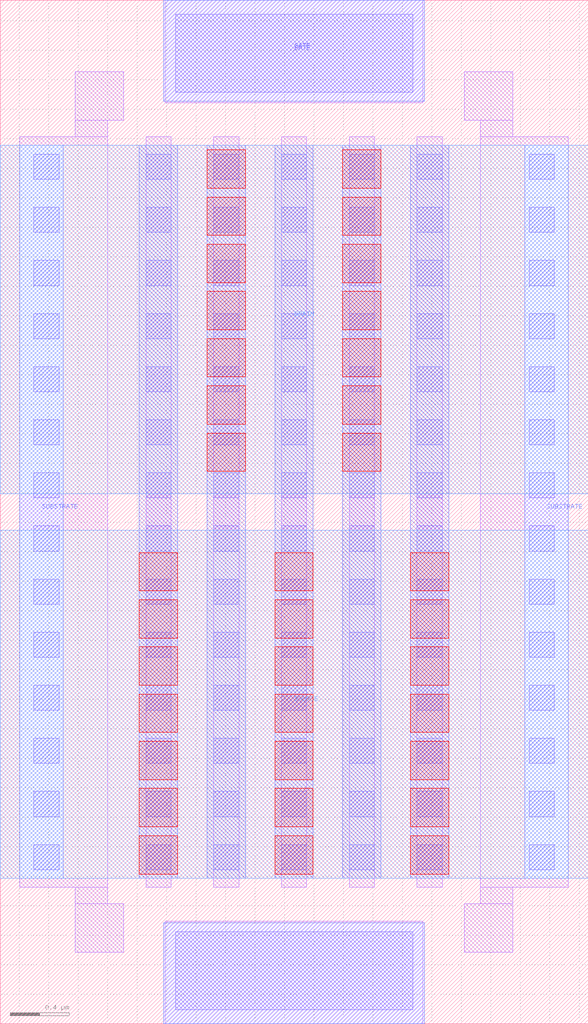
<source format=lef>
# Copyright 2020 The SkyWater PDK Authors
#
# Licensed under the Apache License, Version 2.0 (the "License");
# you may not use this file except in compliance with the License.
# You may obtain a copy of the License at
#
#     https://www.apache.org/licenses/LICENSE-2.0
#
# Unless required by applicable law or agreed to in writing, software
# distributed under the License is distributed on an "AS IS" BASIS,
# WITHOUT WARRANTIES OR CONDITIONS OF ANY KIND, either express or implied.
# See the License for the specific language governing permissions and
# limitations under the License.
#
# SPDX-License-Identifier: Apache-2.0

VERSION 5.7 ;
  NOWIREEXTENSIONATPIN ON ;
  DIVIDERCHAR "/" ;
  BUSBITCHARS "[]" ;
MACRO sky130_fd_pr__rf_nfet_01v8_lvt_bM04W5p00L0p18
  CLASS BLOCK ;
  FOREIGN sky130_fd_pr__rf_nfet_01v8_lvt_bM04W5p00L0p18 ;
  ORIGIN -0.070000  0.000000 ;
  SIZE  3.990000 BY  6.940000 ;
  PIN DRAIN
    ANTENNADIFFAREA  2.828000 ;
    PORT
      LAYER met2 ;
        RECT 0.070000 3.595000 4.060000 5.955000 ;
    END
  END DRAIN
  PIN GATE
    ANTENNAGATEAREA  3.636000 ;
    PORT
      LAYER li1 ;
        RECT 1.190000 0.000000 2.940000 0.695000 ;
        RECT 1.190000 6.245000 2.940000 6.940000 ;
      LAYER mcon ;
        RECT 1.260000 0.095000 2.870000 0.625000 ;
        RECT 1.260000 6.315000 2.870000 6.845000 ;
    END
    PORT
      LAYER met1 ;
        RECT 1.180000 0.000000 2.950000 0.685000 ;
        RECT 1.180000 6.255000 2.950000 6.940000 ;
    END
  END GATE
  PIN SOURCE
    ANTENNADIFFAREA  4.242000 ;
    PORT
      LAYER met2 ;
        RECT 0.070000 0.985000 4.060000 3.345000 ;
    END
  END SOURCE
  PIN SUBSTRATE
    ANTENNADIFFAREA  3.282500 ;
    ANTENNAGATEAREA  0.757500 ;
    PORT
      LAYER met1 ;
        RECT 0.205000 0.985000 0.500000 5.955000 ;
    END
    PORT
      LAYER met1 ;
        RECT 3.630000 0.985000 3.925000 5.955000 ;
    END
  END SUBSTRATE
  OBS
    LAYER li1 ;
      RECT 0.205000 0.925000 0.800000 6.015000 ;
      RECT 0.580000 0.485000 0.910000 0.815000 ;
      RECT 0.580000 0.815000 0.800000 0.925000 ;
      RECT 0.580000 6.015000 0.800000 6.125000 ;
      RECT 0.580000 6.125000 0.910000 6.455000 ;
      RECT 1.060000 0.925000 1.230000 6.015000 ;
      RECT 1.520000 0.925000 1.690000 6.015000 ;
      RECT 1.980000 0.925000 2.150000 6.015000 ;
      RECT 2.440000 0.925000 2.610000 6.015000 ;
      RECT 2.900000 0.925000 3.070000 6.015000 ;
      RECT 3.220000 0.485000 3.550000 0.815000 ;
      RECT 3.220000 6.125000 3.550000 6.455000 ;
      RECT 3.330000 0.815000 3.550000 0.925000 ;
      RECT 3.330000 0.925000 3.925000 6.015000 ;
      RECT 3.330000 6.015000 3.550000 6.125000 ;
    LAYER mcon ;
      RECT 0.300000 1.045000 0.470000 1.215000 ;
      RECT 0.300000 1.405000 0.470000 1.575000 ;
      RECT 0.300000 1.765000 0.470000 1.935000 ;
      RECT 0.300000 2.125000 0.470000 2.295000 ;
      RECT 0.300000 2.485000 0.470000 2.655000 ;
      RECT 0.300000 2.845000 0.470000 3.015000 ;
      RECT 0.300000 3.205000 0.470000 3.375000 ;
      RECT 0.300000 3.565000 0.470000 3.735000 ;
      RECT 0.300000 3.925000 0.470000 4.095000 ;
      RECT 0.300000 4.285000 0.470000 4.455000 ;
      RECT 0.300000 4.645000 0.470000 4.815000 ;
      RECT 0.300000 5.005000 0.470000 5.175000 ;
      RECT 0.300000 5.365000 0.470000 5.535000 ;
      RECT 0.300000 5.725000 0.470000 5.895000 ;
      RECT 1.060000 1.045000 1.230000 1.215000 ;
      RECT 1.060000 1.405000 1.230000 1.575000 ;
      RECT 1.060000 1.765000 1.230000 1.935000 ;
      RECT 1.060000 2.125000 1.230000 2.295000 ;
      RECT 1.060000 2.485000 1.230000 2.655000 ;
      RECT 1.060000 2.845000 1.230000 3.015000 ;
      RECT 1.060000 3.205000 1.230000 3.375000 ;
      RECT 1.060000 3.565000 1.230000 3.735000 ;
      RECT 1.060000 3.925000 1.230000 4.095000 ;
      RECT 1.060000 4.285000 1.230000 4.455000 ;
      RECT 1.060000 4.645000 1.230000 4.815000 ;
      RECT 1.060000 5.005000 1.230000 5.175000 ;
      RECT 1.060000 5.365000 1.230000 5.535000 ;
      RECT 1.060000 5.725000 1.230000 5.895000 ;
      RECT 1.520000 1.045000 1.690000 1.215000 ;
      RECT 1.520000 1.405000 1.690000 1.575000 ;
      RECT 1.520000 1.765000 1.690000 1.935000 ;
      RECT 1.520000 2.125000 1.690000 2.295000 ;
      RECT 1.520000 2.485000 1.690000 2.655000 ;
      RECT 1.520000 2.845000 1.690000 3.015000 ;
      RECT 1.520000 3.205000 1.690000 3.375000 ;
      RECT 1.520000 3.565000 1.690000 3.735000 ;
      RECT 1.520000 3.925000 1.690000 4.095000 ;
      RECT 1.520000 4.285000 1.690000 4.455000 ;
      RECT 1.520000 4.645000 1.690000 4.815000 ;
      RECT 1.520000 5.005000 1.690000 5.175000 ;
      RECT 1.520000 5.365000 1.690000 5.535000 ;
      RECT 1.520000 5.725000 1.690000 5.895000 ;
      RECT 1.980000 1.045000 2.150000 1.215000 ;
      RECT 1.980000 1.405000 2.150000 1.575000 ;
      RECT 1.980000 1.765000 2.150000 1.935000 ;
      RECT 1.980000 2.125000 2.150000 2.295000 ;
      RECT 1.980000 2.485000 2.150000 2.655000 ;
      RECT 1.980000 2.845000 2.150000 3.015000 ;
      RECT 1.980000 3.205000 2.150000 3.375000 ;
      RECT 1.980000 3.565000 2.150000 3.735000 ;
      RECT 1.980000 3.925000 2.150000 4.095000 ;
      RECT 1.980000 4.285000 2.150000 4.455000 ;
      RECT 1.980000 4.645000 2.150000 4.815000 ;
      RECT 1.980000 5.005000 2.150000 5.175000 ;
      RECT 1.980000 5.365000 2.150000 5.535000 ;
      RECT 1.980000 5.725000 2.150000 5.895000 ;
      RECT 2.440000 1.045000 2.610000 1.215000 ;
      RECT 2.440000 1.405000 2.610000 1.575000 ;
      RECT 2.440000 1.765000 2.610000 1.935000 ;
      RECT 2.440000 2.125000 2.610000 2.295000 ;
      RECT 2.440000 2.485000 2.610000 2.655000 ;
      RECT 2.440000 2.845000 2.610000 3.015000 ;
      RECT 2.440000 3.205000 2.610000 3.375000 ;
      RECT 2.440000 3.565000 2.610000 3.735000 ;
      RECT 2.440000 3.925000 2.610000 4.095000 ;
      RECT 2.440000 4.285000 2.610000 4.455000 ;
      RECT 2.440000 4.645000 2.610000 4.815000 ;
      RECT 2.440000 5.005000 2.610000 5.175000 ;
      RECT 2.440000 5.365000 2.610000 5.535000 ;
      RECT 2.440000 5.725000 2.610000 5.895000 ;
      RECT 2.900000 1.045000 3.070000 1.215000 ;
      RECT 2.900000 1.405000 3.070000 1.575000 ;
      RECT 2.900000 1.765000 3.070000 1.935000 ;
      RECT 2.900000 2.125000 3.070000 2.295000 ;
      RECT 2.900000 2.485000 3.070000 2.655000 ;
      RECT 2.900000 2.845000 3.070000 3.015000 ;
      RECT 2.900000 3.205000 3.070000 3.375000 ;
      RECT 2.900000 3.565000 3.070000 3.735000 ;
      RECT 2.900000 3.925000 3.070000 4.095000 ;
      RECT 2.900000 4.285000 3.070000 4.455000 ;
      RECT 2.900000 4.645000 3.070000 4.815000 ;
      RECT 2.900000 5.005000 3.070000 5.175000 ;
      RECT 2.900000 5.365000 3.070000 5.535000 ;
      RECT 2.900000 5.725000 3.070000 5.895000 ;
      RECT 3.660000 1.045000 3.830000 1.215000 ;
      RECT 3.660000 1.405000 3.830000 1.575000 ;
      RECT 3.660000 1.765000 3.830000 1.935000 ;
      RECT 3.660000 2.125000 3.830000 2.295000 ;
      RECT 3.660000 2.485000 3.830000 2.655000 ;
      RECT 3.660000 2.845000 3.830000 3.015000 ;
      RECT 3.660000 3.205000 3.830000 3.375000 ;
      RECT 3.660000 3.565000 3.830000 3.735000 ;
      RECT 3.660000 3.925000 3.830000 4.095000 ;
      RECT 3.660000 4.285000 3.830000 4.455000 ;
      RECT 3.660000 4.645000 3.830000 4.815000 ;
      RECT 3.660000 5.005000 3.830000 5.175000 ;
      RECT 3.660000 5.365000 3.830000 5.535000 ;
      RECT 3.660000 5.725000 3.830000 5.895000 ;
    LAYER met1 ;
      RECT 1.015000 0.985000 1.275000 5.955000 ;
      RECT 1.475000 0.985000 1.735000 5.955000 ;
      RECT 1.935000 0.985000 2.195000 5.955000 ;
      RECT 2.395000 0.985000 2.655000 5.955000 ;
      RECT 2.855000 0.985000 3.115000 5.955000 ;
    LAYER via ;
      RECT 1.015000 1.015000 1.275000 1.275000 ;
      RECT 1.015000 1.335000 1.275000 1.595000 ;
      RECT 1.015000 1.655000 1.275000 1.915000 ;
      RECT 1.015000 1.975000 1.275000 2.235000 ;
      RECT 1.015000 2.295000 1.275000 2.555000 ;
      RECT 1.015000 2.615000 1.275000 2.875000 ;
      RECT 1.015000 2.935000 1.275000 3.195000 ;
      RECT 1.475000 3.745000 1.735000 4.005000 ;
      RECT 1.475000 4.065000 1.735000 4.325000 ;
      RECT 1.475000 4.385000 1.735000 4.645000 ;
      RECT 1.475000 4.705000 1.735000 4.965000 ;
      RECT 1.475000 5.025000 1.735000 5.285000 ;
      RECT 1.475000 5.345000 1.735000 5.605000 ;
      RECT 1.475000 5.665000 1.735000 5.925000 ;
      RECT 1.935000 1.015000 2.195000 1.275000 ;
      RECT 1.935000 1.335000 2.195000 1.595000 ;
      RECT 1.935000 1.655000 2.195000 1.915000 ;
      RECT 1.935000 1.975000 2.195000 2.235000 ;
      RECT 1.935000 2.295000 2.195000 2.555000 ;
      RECT 1.935000 2.615000 2.195000 2.875000 ;
      RECT 1.935000 2.935000 2.195000 3.195000 ;
      RECT 2.395000 3.745000 2.655000 4.005000 ;
      RECT 2.395000 4.065000 2.655000 4.325000 ;
      RECT 2.395000 4.385000 2.655000 4.645000 ;
      RECT 2.395000 4.705000 2.655000 4.965000 ;
      RECT 2.395000 5.025000 2.655000 5.285000 ;
      RECT 2.395000 5.345000 2.655000 5.605000 ;
      RECT 2.395000 5.665000 2.655000 5.925000 ;
      RECT 2.855000 1.015000 3.115000 1.275000 ;
      RECT 2.855000 1.335000 3.115000 1.595000 ;
      RECT 2.855000 1.655000 3.115000 1.915000 ;
      RECT 2.855000 1.975000 3.115000 2.235000 ;
      RECT 2.855000 2.295000 3.115000 2.555000 ;
      RECT 2.855000 2.615000 3.115000 2.875000 ;
      RECT 2.855000 2.935000 3.115000 3.195000 ;
  END
END sky130_fd_pr__rf_nfet_01v8_lvt_bM04W5p00L0p18
END LIBRARY

</source>
